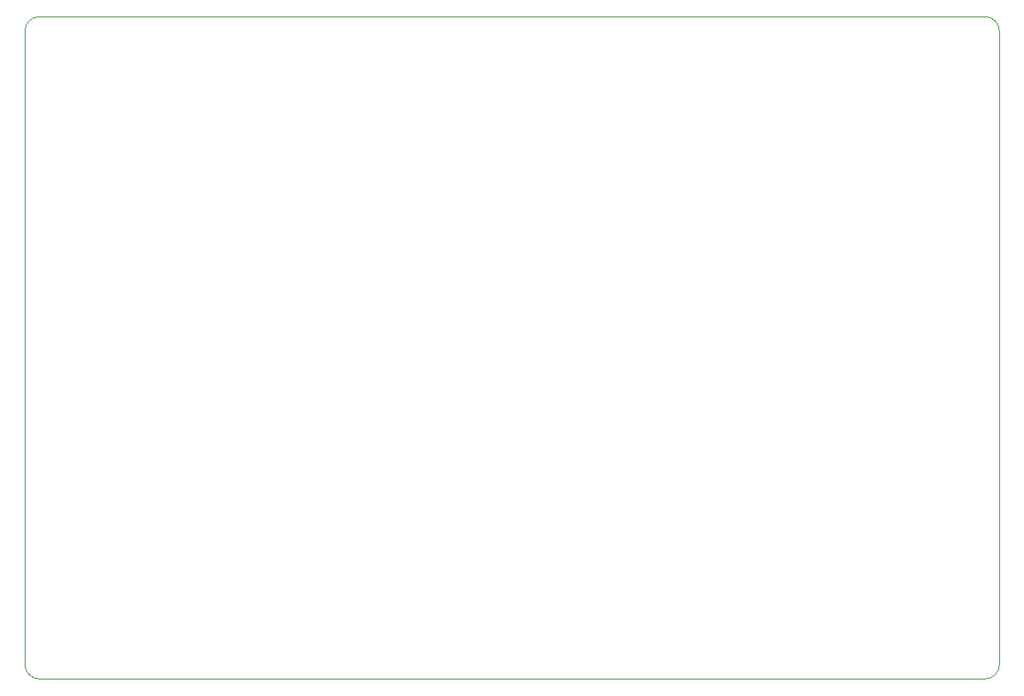
<source format=gm1>
G04 #@! TF.GenerationSoftware,KiCad,Pcbnew,6.0.9-8da3e8f707~116~ubuntu20.04.1*
G04 #@! TF.CreationDate,2022-12-16T15:25:19+01:00*
G04 #@! TF.ProjectId,ebaz_adaptor,6562617a-5f61-4646-9170-746f722e6b69,rev?*
G04 #@! TF.SameCoordinates,Original*
G04 #@! TF.FileFunction,Profile,NP*
%FSLAX46Y46*%
G04 Gerber Fmt 4.6, Leading zero omitted, Abs format (unit mm)*
G04 Created by KiCad (PCBNEW 6.0.9-8da3e8f707~116~ubuntu20.04.1) date 2022-12-16 15:25:19*
%MOMM*%
%LPD*%
G01*
G04 APERTURE LIST*
G04 #@! TA.AperFunction,Profile*
%ADD10C,0.100000*%
G04 #@! TD*
G04 APERTURE END LIST*
D10*
X134500000Y-110000000D02*
X37500000Y-110000000D01*
X134500000Y-110000000D02*
G75*
G03*
X136000000Y-108500000I0J1500000D01*
G01*
X37500000Y-42000000D02*
X134500000Y-42000000D01*
X136000000Y-43500000D02*
X136000000Y-108500000D01*
X36000000Y-108500000D02*
G75*
G03*
X37500000Y-110000000I1500000J0D01*
G01*
X37500000Y-42000000D02*
G75*
G03*
X36000000Y-43500000I0J-1500000D01*
G01*
X136000000Y-43500000D02*
G75*
G03*
X134500000Y-42000000I-1500000J0D01*
G01*
X36000000Y-108500000D02*
X36000000Y-43500000D01*
M02*

</source>
